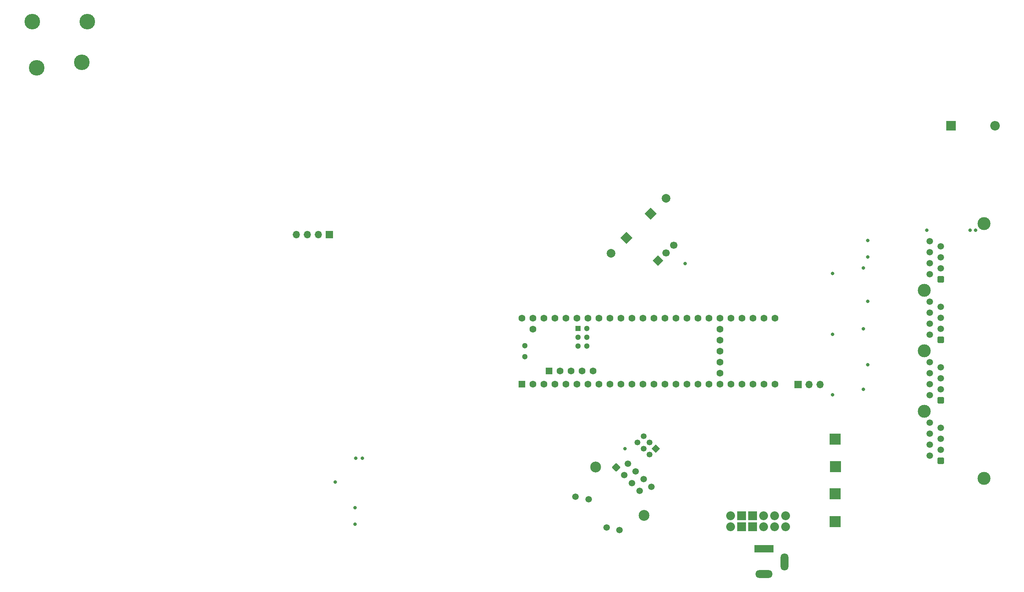
<source format=gbr>
%TF.GenerationSoftware,KiCad,Pcbnew,7.0.5-0*%
%TF.CreationDate,2024-01-05T10:03:26+01:00*%
%TF.ProjectId,mollusc_motion_board,6d6f6c6c-7573-4635-9f6d-6f74696f6e5f,rev?*%
%TF.SameCoordinates,Original*%
%TF.FileFunction,Copper,L3,Inr*%
%TF.FilePolarity,Positive*%
%FSLAX46Y46*%
G04 Gerber Fmt 4.6, Leading zero omitted, Abs format (unit mm)*
G04 Created by KiCad (PCBNEW 7.0.5-0) date 2024-01-05 10:03:26*
%MOMM*%
%LPD*%
G01*
G04 APERTURE LIST*
G04 Aperture macros list*
%AMRoundRect*
0 Rectangle with rounded corners*
0 $1 Rounding radius*
0 $2 $3 $4 $5 $6 $7 $8 $9 X,Y pos of 4 corners*
0 Add a 4 corners polygon primitive as box body*
4,1,4,$2,$3,$4,$5,$6,$7,$8,$9,$2,$3,0*
0 Add four circle primitives for the rounded corners*
1,1,$1+$1,$2,$3*
1,1,$1+$1,$4,$5*
1,1,$1+$1,$6,$7*
1,1,$1+$1,$8,$9*
0 Add four rect primitives between the rounded corners*
20,1,$1+$1,$2,$3,$4,$5,0*
20,1,$1+$1,$4,$5,$6,$7,0*
20,1,$1+$1,$6,$7,$8,$9,0*
20,1,$1+$1,$8,$9,$2,$3,0*%
%AMHorizOval*
0 Thick line with rounded ends*
0 $1 width*
0 $2 $3 position (X,Y) of the first rounded end (center of the circle)*
0 $4 $5 position (X,Y) of the second rounded end (center of the circle)*
0 Add line between two ends*
20,1,$1,$2,$3,$4,$5,0*
0 Add two circle primitives to create the rounded ends*
1,1,$1,$2,$3*
1,1,$1,$4,$5*%
%AMRotRect*
0 Rectangle, with rotation*
0 The origin of the aperture is its center*
0 $1 length*
0 $2 width*
0 $3 Rotation angle, in degrees counterclockwise*
0 Add horizontal line*
21,1,$1,$2,0,0,$3*%
G04 Aperture macros list end*
%TA.AperFunction,ComponentPad*%
%ADD10R,2.500000X2.500000*%
%TD*%
%TA.AperFunction,ComponentPad*%
%ADD11C,3.600000*%
%TD*%
%TA.AperFunction,ComponentPad*%
%ADD12RotRect,2.000000X2.000000X45.000000*%
%TD*%
%TA.AperFunction,ComponentPad*%
%ADD13C,2.000000*%
%TD*%
%TA.AperFunction,ComponentPad*%
%ADD14RotRect,1.700000X1.700000X135.000000*%
%TD*%
%TA.AperFunction,ComponentPad*%
%ADD15HorizOval,1.700000X0.000000X0.000000X0.000000X0.000000X0*%
%TD*%
%TA.AperFunction,ComponentPad*%
%ADD16R,1.700000X1.700000*%
%TD*%
%TA.AperFunction,ComponentPad*%
%ADD17O,1.700000X1.700000*%
%TD*%
%TA.AperFunction,ComponentPad*%
%ADD18C,2.040000*%
%TD*%
%TA.AperFunction,ComponentPad*%
%ADD19R,2.040000X2.040000*%
%TD*%
%TA.AperFunction,ComponentPad*%
%ADD20R,1.600000X1.600000*%
%TD*%
%TA.AperFunction,ComponentPad*%
%ADD21C,1.600000*%
%TD*%
%TA.AperFunction,ComponentPad*%
%ADD22R,1.300000X1.300000*%
%TD*%
%TA.AperFunction,ComponentPad*%
%ADD23C,1.300000*%
%TD*%
%TA.AperFunction,ComponentPad*%
%ADD24R,2.200000X2.200000*%
%TD*%
%TA.AperFunction,ComponentPad*%
%ADD25O,2.200000X2.200000*%
%TD*%
%TA.AperFunction,ComponentPad*%
%ADD26RotRect,1.350000X1.350000X225.000000*%
%TD*%
%TA.AperFunction,ComponentPad*%
%ADD27HorizOval,1.350000X0.000000X0.000000X0.000000X0.000000X0*%
%TD*%
%TA.AperFunction,ComponentPad*%
%ADD28R,4.400000X1.800000*%
%TD*%
%TA.AperFunction,ComponentPad*%
%ADD29O,4.000000X1.800000*%
%TD*%
%TA.AperFunction,ComponentPad*%
%ADD30O,1.800000X4.000000*%
%TD*%
%TA.AperFunction,ComponentPad*%
%ADD31RoundRect,0.250500X0.499500X-0.499500X0.499500X0.499500X-0.499500X0.499500X-0.499500X-0.499500X0*%
%TD*%
%TA.AperFunction,ComponentPad*%
%ADD32C,1.500000*%
%TD*%
%TA.AperFunction,ComponentPad*%
%ADD33C,3.000000*%
%TD*%
%TA.AperFunction,ComponentPad*%
%ADD34RoundRect,0.250500X-0.706400X0.000000X0.000000X-0.706400X0.706400X0.000000X0.000000X0.706400X0*%
%TD*%
%TA.AperFunction,ComponentPad*%
%ADD35C,2.500000*%
%TD*%
%TA.AperFunction,ComponentPad*%
%ADD36RotRect,2.000000X2.000000X225.000000*%
%TD*%
%TA.AperFunction,ViaPad*%
%ADD37C,0.800000*%
%TD*%
G04 APERTURE END LIST*
D10*
%TO.N,/Vin*%
%TO.C,TP1*%
X16475000Y-33006000D03*
%TD*%
%TO.N,GND*%
%TO.C,TP2*%
X16475000Y-39370000D03*
%TD*%
D11*
%TO.N,N/C*%
%TO.C,H3*%
X-157480000Y66675000D03*
%TD*%
D12*
%TO.N,+5V*%
%TO.C,C15*%
X-26099136Y31730992D03*
D13*
%TO.N,GND*%
X-22563602Y35266526D03*
%TD*%
D11*
%TO.N,N/C*%
%TO.C,H1*%
X-168910000Y76073000D03*
%TD*%
D14*
%TO.N,GND*%
%TO.C,J1*%
X-24414329Y20843440D03*
D15*
%TO.N,Net-(J1-Pin_2)*%
X-22618278Y22639491D03*
%TO.N,+5V*%
X-20822227Y24435542D03*
%TD*%
D11*
%TO.N,N/C*%
%TO.C,H2*%
X-167894000Y65405000D03*
%TD*%
D16*
%TO.N,GND*%
%TO.C,J_I2C1*%
X-100340000Y26924000D03*
D17*
%TO.N,+5V*%
X-102880000Y26924000D03*
%TO.N,/I2C_SCL*%
X-105420000Y26924000D03*
%TO.N,/I2C_SDA*%
X-107960000Y26924000D03*
%TD*%
D18*
%TO.N,+5V*%
%TO.C,J6*%
X-7655000Y-38086000D03*
X-7655000Y-40626000D03*
D19*
%TO.N,GND*%
X-5115000Y-38086000D03*
X-5115000Y-40626000D03*
X-2575000Y-38086000D03*
X-2575000Y-40626000D03*
D18*
%TO.N,/Vin*%
X-35000Y-38086000D03*
X-35000Y-40626000D03*
%TO.N,+12V*%
X2505000Y-38086000D03*
X2505000Y-40626000D03*
%TO.N,unconnected-(J6-PG-Pad5)*%
X5045000Y-38086000D03*
%TO.N,unconnected-(J6-EN-Pad6)*%
X5045000Y-40626000D03*
%TD*%
D20*
%TO.N,GND*%
%TO.C,U9*%
X-55880000Y-7620000D03*
D21*
%TO.N,/STEPPER_03_DIR*%
X-53340000Y-7620000D03*
%TO.N,/STEPPER_03_PULSE*%
X-50800000Y-7620000D03*
%TO.N,/STEPPER_02_DIR*%
X-48260000Y-7620000D03*
%TO.N,/STEPPER_02_PULSE*%
X-45720000Y-7620000D03*
%TO.N,/STEPPER_01_DIR*%
X-43180000Y-7620000D03*
%TO.N,/STEPPER_01_PULSE*%
X-40640000Y-7620000D03*
%TO.N,/STEPPER_01_END*%
X-38100000Y-7620000D03*
%TO.N,/STEPPER_02_END*%
X-35560000Y-7620000D03*
%TO.N,/STEPPER_03_END*%
X-33020000Y-7620000D03*
%TO.N,/TEENSY_STEPPER_ENABLE*%
X-30480000Y-7620000D03*
%TO.N,unconnected-(U9-10_CS_MQSR-Pad12)*%
X-27940000Y-7620000D03*
%TO.N,unconnected-(U9-11_MOSI_CTX1-Pad13)*%
X-25400000Y-7620000D03*
%TO.N,unconnected-(U9-12_MISO_MQSL-Pad14)*%
X-22860000Y-7620000D03*
%TO.N,unconnected-(U9-3V3-Pad15)*%
X-20320000Y-7620000D03*
%TO.N,/NEOPIXEL_SIG*%
X-17780000Y-7620000D03*
%TO.N,unconnected-(U9-25_A11_RX6_SDA2-Pad17)*%
X-15240000Y-7620000D03*
%TO.N,unconnected-(U9-26_A12_MOSI1-Pad18)*%
X-12700000Y-7620000D03*
%TO.N,unconnected-(U9-27_A13_SCK1-Pad19)*%
X-10160000Y-7620000D03*
%TO.N,unconnected-(U9-28_RX7-Pad20)*%
X-7620000Y-7620000D03*
%TO.N,unconnected-(U9-29_TX7-Pad21)*%
X-5080000Y-7620000D03*
%TO.N,unconnected-(U9-30_CRX3-Pad22)*%
X-2540000Y-7620000D03*
%TO.N,unconnected-(U9-31_CTX3-Pad23)*%
X0Y-7620000D03*
%TO.N,unconnected-(U9-32_OUT1B-Pad24)*%
X2540000Y-7620000D03*
%TO.N,unconnected-(U9-33_MCLK2-Pad25)*%
X2540000Y7620000D03*
%TO.N,unconnected-(U9-34_RX8-Pad26)*%
X0Y7620000D03*
%TO.N,unconnected-(U9-35_TX8-Pad27)*%
X-2540000Y7620000D03*
%TO.N,unconnected-(U9-36_CS-Pad28)*%
X-5080000Y7620000D03*
%TO.N,unconnected-(U9-37_CS-Pad29)*%
X-7620000Y7620000D03*
%TO.N,unconnected-(U9-38_CS1_IN1-Pad30)*%
X-10160000Y7620000D03*
%TO.N,unconnected-(U9-39_MISO1_OUT1A-Pad31)*%
X-12700000Y7620000D03*
%TO.N,unconnected-(U9-40_A16-Pad32)*%
X-15240000Y7620000D03*
%TO.N,unconnected-(U9-41_A17-Pad33)*%
X-17780000Y7620000D03*
%TO.N,GND*%
X-20320000Y7620000D03*
%TO.N,unconnected-(U9-13_SCK_LED-Pad35)*%
X-22860000Y7620000D03*
%TO.N,Net-(U9-14_A0_TX3_SPDIF_OUT)*%
X-25400000Y7620000D03*
%TO.N,unconnected-(U9-15_A1_RX3_SPDIF_IN-Pad37)*%
X-27940000Y7620000D03*
%TO.N,unconnected-(U9-16_A2_RX4_SCL1-Pad38)*%
X-30480000Y7620000D03*
%TO.N,Net-(U9-17_A3_TX4_SDA1)*%
X-33020000Y7620000D03*
%TO.N,/I2C_SDA*%
X-35560000Y7620000D03*
%TO.N,/I2C_SCL*%
X-38100000Y7620000D03*
%TO.N,/DYN_TX*%
X-40640000Y7620000D03*
%TO.N,/DYN_RX*%
X-43180000Y7620000D03*
%TO.N,/DYN_DIRECTION*%
X-45720000Y7620000D03*
%TO.N,unconnected-(U9-23_A9_CRX1_MCLK1-Pad45)*%
X-48260000Y7620000D03*
%TO.N,+3.3V*%
X-50800000Y7620000D03*
%TO.N,GND*%
X-53340000Y7620000D03*
%TO.N,+5V*%
X-55880000Y7620000D03*
%TO.N,unconnected-(U9-VUSB-Pad49)*%
X-53340000Y5080000D03*
%TO.N,Net-(BT1-+)*%
X-10160000Y-5080000D03*
%TO.N,unconnected-(U9-3V3-Pad51)*%
X-10160000Y-2540000D03*
%TO.N,Net-(BT1--)*%
X-10160000Y0D03*
%TO.N,unconnected-(U9-PROGRAM-Pad53)*%
X-10160000Y2540000D03*
%TO.N,unconnected-(U9-ON_OFF-Pad54)*%
X-10160000Y5080000D03*
D20*
%TO.N,unconnected-(U9-5V-Pad55)*%
X-49580800Y-4569200D03*
D21*
%TO.N,unconnected-(U9-D--Pad56)*%
X-47040800Y-4569200D03*
%TO.N,unconnected-(U9-D+-Pad57)*%
X-44500800Y-4569200D03*
%TO.N,unconnected-(U9-GND-Pad58)*%
X-41960800Y-4569200D03*
%TO.N,unconnected-(U9-GND-Pad59)*%
X-39420800Y-4569200D03*
D22*
%TO.N,unconnected-(U9-R+-Pad60)*%
X-42910000Y5181600D03*
D23*
%TO.N,unconnected-(U9-LED-Pad61)*%
X-42910000Y3181600D03*
%TO.N,unconnected-(U9-T--Pad62)*%
X-42910000Y1181600D03*
%TO.N,unconnected-(U9-T+-Pad63)*%
X-40910000Y1181600D03*
%TO.N,unconnected-(U9-GND-Pad64)*%
X-40910000Y3181600D03*
%TO.N,unconnected-(U9-R--Pad65)*%
X-40910000Y5181600D03*
%TO.N,unconnected-(U9-D--Pad66)*%
X-55150000Y1270000D03*
%TO.N,unconnected-(U9-D+-Pad67)*%
X-55150000Y-1270000D03*
%TD*%
D24*
%TO.N,unconnected-(D4-K-Pad1)*%
%TO.C,D4*%
X43180000Y52070000D03*
D25*
%TO.N,unconnected-(D4-A-Pad2)*%
X53340000Y52070000D03*
%TD*%
D26*
%TO.N,/ETH_TX+*%
%TO.C,J5*%
X-24961031Y-22535656D03*
D27*
%TO.N,/ETH_TX-*%
X-26375245Y-23949870D03*
%TO.N,GND*%
X-26375245Y-21121442D03*
%TO.N,Net-(J5-Pin_4)*%
X-27789458Y-22535656D03*
%TO.N,/ETH_RX-*%
X-27789458Y-19707229D03*
%TO.N,/ETH_RX+*%
X-29203672Y-21121442D03*
%TD*%
D28*
%TO.N,/Vin*%
%TO.C,J2*%
X0Y-45706000D03*
D29*
%TO.N,GND*%
X0Y-51506000D03*
D30*
%TO.N,unconnected-(J2-Pad3)*%
X4800000Y-48706000D03*
%TD*%
D11*
%TO.N,N/C*%
%TO.C,H4*%
X-156210000Y76073000D03*
%TD*%
D10*
%TO.N,+3.3V*%
%TO.C,TP4*%
X16475000Y-20320000D03*
%TD*%
D16*
%TO.N,/STEPPER_01_END*%
%TO.C,J7*%
X7858973Y-7747000D03*
D17*
%TO.N,/STEPPER_02_END*%
X10398973Y-7747000D03*
%TO.N,/STEPPER_03_END*%
X12938973Y-7747000D03*
%TD*%
D31*
%TO.N,/DynamixelConnection/DYN_DATA*%
%TO.C,J4*%
X40807000Y-25390000D03*
D32*
%TO.N,GND*%
X38267000Y-24130000D03*
%TO.N,+12V*%
X40807000Y-22850000D03*
X38267000Y-21590000D03*
X40807000Y-20310000D03*
X38267000Y-19050000D03*
%TO.N,GND*%
X40807000Y-17770000D03*
X38267000Y-16510000D03*
D31*
%TO.N,/Stepper03/SIG*%
X40807000Y-11420000D03*
D32*
%TO.N,GND*%
X38267000Y-10160000D03*
%TO.N,+3.3V*%
X40807000Y-8880000D03*
%TO.N,/Stepper03/ENA+*%
X38267000Y-7620000D03*
%TO.N,GND*%
X40807000Y-6340000D03*
%TO.N,/Stepper03/DIR+*%
X38267000Y-5080000D03*
%TO.N,GND*%
X40807000Y-3800000D03*
%TO.N,/Stepper03/PUL+*%
X38267000Y-2540000D03*
D31*
%TO.N,/Stepper02/SIG*%
X40807000Y2550000D03*
D32*
%TO.N,GND*%
X38267000Y3810000D03*
%TO.N,+3.3V*%
X40807000Y5090000D03*
%TO.N,/Stepper02/ENA+*%
X38267000Y6350000D03*
%TO.N,GND*%
X40807000Y7630000D03*
%TO.N,/Stepper02/DIR+*%
X38267000Y8890000D03*
%TO.N,GND*%
X40807000Y10170000D03*
%TO.N,/Stepper02/PUL+*%
X38267000Y11430000D03*
D31*
%TO.N,/Stepper01/SIG*%
X40807000Y16520000D03*
D32*
%TO.N,GND*%
X38267000Y17780000D03*
%TO.N,+3.3V*%
X40807000Y19060000D03*
%TO.N,/Stepper01/ENA+*%
X38267000Y20320000D03*
%TO.N,GND*%
X40807000Y21600000D03*
%TO.N,/Stepper01/DIR+*%
X38267000Y22860000D03*
%TO.N,GND*%
X40807000Y24140000D03*
%TO.N,/Stepper01/PUL+*%
X38267000Y25400000D03*
D33*
%TO.N,GND*%
X50837000Y-29440000D03*
X36997000Y-13960000D03*
X36997000Y10000D03*
X36997000Y13980000D03*
X50837000Y29460000D03*
%TD*%
D10*
%TO.N,+5V*%
%TO.C,TP3*%
X16510000Y-26670000D03*
%TD*%
D34*
%TO.N,/ETH_TX+*%
%TO.C,J3*%
X-34072102Y-26887898D03*
D32*
%TO.N,Net-(C19-Pad1)*%
X-31378025Y-25989872D03*
%TO.N,/ETH_TX-*%
X-32276051Y-28683949D03*
%TO.N,/ETH_RX+*%
X-29581974Y-27785924D03*
%TO.N,Net-(C19-Pad1)*%
X-30480000Y-30480000D03*
%TO.N,/ETH_RX-*%
X-27785923Y-29581975D03*
%TO.N,unconnected-(J3-Pad7)*%
X-28683948Y-32276052D03*
%TO.N,GND*%
X-25989871Y-31378026D03*
X-43483693Y-33640768D03*
%TO.N,Net-(J5-Pin_4)*%
X-40485561Y-34234737D03*
%TO.N,unconnected-(J3-Pad11)*%
X-36334844Y-40789617D03*
%TO.N,unconnected-(J3-Pad12)*%
X-33336711Y-41383587D03*
D35*
%TO.N,GND*%
X-38830931Y-26795974D03*
X-27693999Y-37932906D03*
%TD*%
D36*
%TO.N,+5V*%
%TO.C,C18*%
X-31730992Y26099136D03*
D13*
%TO.N,GND*%
X-35266526Y22563602D03*
%TD*%
D37*
%TO.N,+5V*%
X-92710000Y-24765000D03*
X15885000Y-10150000D03*
X15885000Y17888441D03*
X15885000Y3820000D03*
X-98933000Y-30226000D03*
%TO.N,GND*%
X24013000Y25508441D03*
X-94234000Y-24765000D03*
X24013000Y-3165000D03*
X-94361000Y-36195000D03*
X-94361000Y-40005000D03*
X24013000Y11440000D03*
X24013000Y21698441D03*
%TO.N,+3.3V*%
X47625000Y27940000D03*
X48895000Y27940000D03*
X37632000Y27940000D03*
%TO.N,/TEENSY_STEPPER_ENABLE*%
X22997000Y5090000D03*
X22997000Y-8880000D03*
X22997000Y19158441D03*
%TO.N,/NEOPIXEL_SIG*%
X-18196511Y20236264D03*
%TO.N,Net-(J5-Pin_4)*%
X-32077354Y-22558284D03*
%TD*%
M02*

</source>
